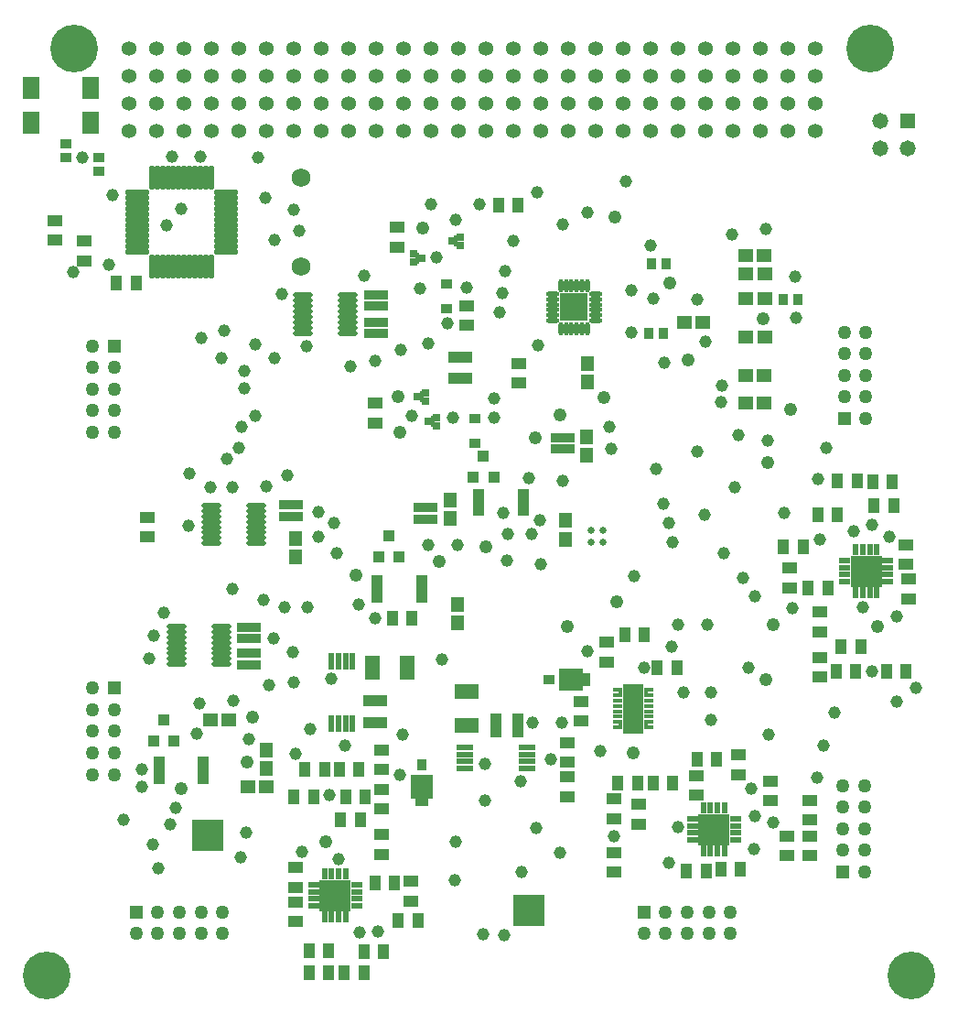
<source format=gts>
%FSLAX44Y44*%
%MOMM*%
G71*
G01*
G75*
G04 Layer_Color=8388736*
%ADD10R,1.2192X0.8128*%
%ADD11R,0.6500X0.2500*%
%ADD12R,0.1900X0.7500*%
%ADD13R,1.6500X4.4000*%
%ADD14R,0.8128X1.2192*%
%ADD15R,0.3048X0.8128*%
%ADD16R,0.8128X0.3048*%
%ADD17R,0.6500X0.8500*%
%ADD18R,0.9500X0.6500*%
%ADD19R,2.0066X0.8128*%
%ADD20R,0.3556X1.4224*%
%ADD21R,1.2192X2.0066*%
%ADD22R,2.0066X1.2192*%
%ADD23R,1.0160X1.1176*%
%ADD24O,1.0000X0.2500*%
%ADD25O,0.2500X1.0000*%
%ADD26R,2.4500X2.4500*%
%ADD27R,0.8000X0.9000*%
%ADD28R,2.1000X0.7000*%
%ADD29R,0.7112X0.9144*%
%ADD30R,0.8890X0.3048*%
%ADD31R,0.2000X0.9100*%
%ADD32R,0.4500X0.5000*%
%ADD33R,0.8300X0.6300*%
%ADD34R,1.1176X1.0160*%
%ADD35O,1.6500X0.3000*%
%ADD36R,1.3000X1.9000*%
%ADD37R,0.9144X0.7112*%
%ADD38O,2.1000X0.3000*%
%ADD39O,0.3000X2.1000*%
%ADD40R,1.4224X0.3556*%
%ADD41R,0.8500X0.6500*%
%ADD42R,0.6500X0.9500*%
%ADD43R,0.8128X2.0066*%
%ADD44C,0.5080*%
%ADD45C,0.2540*%
%ADD46C,0.0000*%
%ADD47R,1.9500X2.0000*%
%ADD48R,0.6500X0.8500*%
%ADD49R,2.0000X1.9500*%
%ADD50R,1.2700X1.2700*%
%ADD51C,1.2700*%
%ADD52C,1.0160*%
%ADD53R,2.7178X2.7178*%
%ADD54R,1.0668X1.0670*%
%ADD55C,1.0670*%
%ADD56R,1.0670X1.0670*%
%ADD57R,2.7178X2.7178*%
%ADD58C,4.2000*%
%ADD59C,0.5000*%
%ADD60C,1.1540*%
%ADD61R,1.0670X1.0670*%
%ADD62C,1.5240*%
%ADD63C,0.9652*%
%ADD64C,0.4540*%
%ADD65C,1.0160*%
%ADD66C,2.0320*%
%ADD67C,1.7780*%
%ADD68C,1.8290*%
%ADD69C,5.2160*%
%ADD70C,1.5160*%
%ADD71C,1.9160*%
G04:AMPARAMS|DCode=72|XSize=2.424mm|YSize=2.424mm|CornerRadius=0mm|HoleSize=0mm|Usage=FLASHONLY|Rotation=0.000|XOffset=0mm|YOffset=0mm|HoleType=Round|Shape=Relief|Width=0.254mm|Gap=0.254mm|Entries=4|*
%AMTHD72*
7,0,0,2.4240,1.9160,0.2540,45*
%
%ADD72THD72*%
G04:AMPARAMS|DCode=73|XSize=2.286mm|YSize=2.286mm|CornerRadius=0mm|HoleSize=0mm|Usage=FLASHONLY|Rotation=0.000|XOffset=0mm|YOffset=0mm|HoleType=Round|Shape=Relief|Width=0.254mm|Gap=0.254mm|Entries=4|*
%AMTHD73*
7,0,0,2.2860,1.7780,0.2540,45*
%
%ADD73THD73*%
%ADD74C,2.6160*%
%ADD75C,1.7272*%
%ADD76C,1.2160*%
G04:AMPARAMS|DCode=77|XSize=2.2352mm|YSize=2.2352mm|CornerRadius=0mm|HoleSize=0mm|Usage=FLASHONLY|Rotation=0.000|XOffset=0mm|YOffset=0mm|HoleType=Round|Shape=Relief|Width=0.254mm|Gap=0.254mm|Entries=4|*
%AMTHD77*
7,0,0,2.2352,1.7272,0.2540,45*
%
%ADD77THD77*%
G04:AMPARAMS|DCode=78|XSize=2.337mm|YSize=2.337mm|CornerRadius=0mm|HoleSize=0mm|Usage=FLASHONLY|Rotation=0.000|XOffset=0mm|YOffset=0mm|HoleType=Round|Shape=Relief|Width=0.254mm|Gap=0.254mm|Entries=4|*
%AMTHD78*
7,0,0,2.3370,1.8290,0.2540,45*
%
%ADD78THD78*%
%ADD79O,1.1000X0.8000*%
%ADD80R,1.1000X0.8000*%
%ADD81R,2.4000X1.2000*%
%ADD82R,1.7000X0.3500*%
%ADD83R,1.1176X1.1000*%
%ADD84R,1.1000X1.1000*%
%ADD85R,1.1176X1.1176*%
%ADD86R,1.1000X1.1176*%
%ADD87R,1.1000X1.1176*%
%ADD88R,1.1000X1.1000*%
%ADD89R,1.1176X1.1000*%
%ADD90R,1.1176X1.1000*%
%ADD91C,0.2500*%
%ADD92C,0.1270*%
%ADD93C,0.1000*%
%ADD94C,0.6000*%
%ADD95C,0.1524*%
%ADD96C,0.2000*%
%ADD97C,0.2032*%
%ADD98C,0.4064*%
%ADD99R,0.7620X0.4572*%
%ADD100R,0.4572X0.7620*%
%ADD101R,1.2192X1.2000*%
%ADD102R,1.2000X1.2000*%
%ADD103R,1.2192X1.2192*%
%ADD104R,1.2000X1.2192*%
%ADD105R,1.2000X1.2192*%
%ADD106R,1.2000X1.2000*%
%ADD107R,1.2192X1.2000*%
%ADD108R,1.2000X1.2000*%
%ADD109R,1.4224X1.0160*%
%ADD110R,0.8532X0.4532*%
%ADD111R,0.3932X0.9532*%
%ADD112R,1.8532X4.6032*%
%ADD113R,1.0160X1.4224*%
%ADD114R,0.5080X1.0160*%
%ADD115R,1.0160X0.5080*%
%ADD116R,0.8532X1.0532*%
%ADD117R,1.1532X0.8532*%
%ADD118R,2.2098X1.0160*%
%ADD119R,0.5588X1.6256*%
%ADD120R,1.4224X2.2098*%
%ADD121R,2.2098X1.4224*%
%ADD122R,1.2192X1.3208*%
%ADD123O,1.2032X0.4532*%
%ADD124O,0.4532X1.2032*%
%ADD125R,2.6532X2.6532*%
%ADD126R,1.0032X1.1032*%
%ADD127R,2.3032X0.9032*%
%ADD128R,0.9144X1.1176*%
%ADD129R,1.0922X0.5080*%
%ADD130R,0.4032X1.1132*%
%ADD131R,0.6532X0.7032*%
%ADD132R,1.0332X0.8332*%
%ADD133R,1.3208X1.2192*%
%ADD134O,1.8532X0.5032*%
%ADD135R,1.5032X2.1032*%
%ADD136R,1.1176X0.9144*%
%ADD137O,2.3032X0.5032*%
%ADD138O,0.5032X2.3032*%
%ADD139R,1.6256X0.5588*%
%ADD140R,1.0532X0.8532*%
%ADD141R,0.8532X1.1532*%
%ADD142R,1.0160X2.2098*%
%ADD143R,2.1532X2.2032*%
%ADD144R,2.2032X2.1532*%
%ADD145R,1.4732X1.4732*%
%ADD146C,1.4732*%
%ADD147C,1.2192*%
%ADD148R,2.9210X2.9210*%
%ADD149R,1.2700X1.2702*%
%ADD150C,1.2702*%
%ADD151R,1.2702X1.2702*%
%ADD152R,2.9210X2.9210*%
%ADD153C,4.4032*%
%ADD154C,0.7032*%
%ADD155C,1.3572*%
%ADD156R,1.2702X1.2702*%
%ADD157C,1.1684*%
%ADD158C,0.6572*%
D75*
X797610Y978660D02*
D03*
Y1060960D02*
D03*
D101*
X1172718Y451470D02*
D03*
D102*
X1186830Y451470D02*
D03*
D103*
X1172718Y465582D02*
D03*
X836422Y404622D02*
D03*
X1313688Y690118D02*
D03*
D104*
X1186830Y465582D02*
D03*
D105*
X822310Y404622D02*
D03*
X1327800Y690118D02*
D03*
D106*
X822310Y390510D02*
D03*
D107*
X836422Y390510D02*
D03*
X1313688Y704230D02*
D03*
D108*
X1327800D02*
D03*
D109*
X1087120Y486520D02*
D03*
Y468376D02*
D03*
X1056640Y576690D02*
D03*
Y558546D02*
D03*
X1080770Y631300D02*
D03*
Y613156D02*
D03*
X1163320Y490110D02*
D03*
Y508254D02*
D03*
X1202690Y509160D02*
D03*
Y527304D02*
D03*
X1231900Y485030D02*
D03*
Y503174D02*
D03*
X1268730Y485250D02*
D03*
Y467106D02*
D03*
X1247140Y434230D02*
D03*
Y452374D02*
D03*
X1268730Y434230D02*
D03*
Y452374D02*
D03*
X1109980Y463440D02*
D03*
Y481584D02*
D03*
X1087120Y418990D02*
D03*
Y437134D02*
D03*
X872490Y495410D02*
D03*
Y477266D02*
D03*
Y435500D02*
D03*
Y453644D02*
D03*
X792480Y423020D02*
D03*
Y404876D02*
D03*
Y391270D02*
D03*
Y373126D02*
D03*
X899160Y392320D02*
D03*
Y410464D02*
D03*
X872490Y532096D02*
D03*
Y513952D02*
D03*
X1357630Y703470D02*
D03*
Y721614D02*
D03*
X1249680Y699880D02*
D03*
Y681736D02*
D03*
X1360170Y671720D02*
D03*
Y689864D02*
D03*
X1277620Y659240D02*
D03*
Y641096D02*
D03*
Y599330D02*
D03*
Y617474D02*
D03*
X570230Y1021190D02*
D03*
Y1003046D02*
D03*
X1043940Y488840D02*
D03*
Y506984D02*
D03*
Y520590D02*
D03*
Y538734D02*
D03*
X951350Y942570D02*
D03*
Y924426D02*
D03*
X999610Y871230D02*
D03*
Y889374D02*
D03*
X886460Y1014840D02*
D03*
Y996696D02*
D03*
X866140Y852280D02*
D03*
Y834136D02*
D03*
X655320Y746870D02*
D03*
Y728726D02*
D03*
X596900Y984140D02*
D03*
Y1002284D02*
D03*
D110*
X1119150Y587730D02*
D03*
Y582730D02*
D03*
Y577730D02*
D03*
Y572730D02*
D03*
Y567730D02*
D03*
Y562730D02*
D03*
Y557730D02*
D03*
Y552730D02*
D03*
X1090650D02*
D03*
Y557730D02*
D03*
Y562730D02*
D03*
Y567730D02*
D03*
Y572730D02*
D03*
Y577730D02*
D03*
Y582730D02*
D03*
Y587730D02*
D03*
D111*
X1116850Y585230D02*
D03*
Y555230D02*
D03*
X1092950D02*
D03*
Y585230D02*
D03*
D112*
X1104900Y570230D02*
D03*
D113*
X1097170Y638810D02*
D03*
X1115314D02*
D03*
X1145650Y608330D02*
D03*
X1127506D02*
D03*
X1090820Y501650D02*
D03*
X1108964D02*
D03*
X1141840D02*
D03*
X1123696D02*
D03*
X1182480Y523240D02*
D03*
X1164336D02*
D03*
X1186070Y421640D02*
D03*
X1204214D02*
D03*
X801260Y514350D02*
D03*
X819404D02*
D03*
X833010D02*
D03*
X851154D02*
D03*
X857360Y488950D02*
D03*
X839216D02*
D03*
X791100D02*
D03*
X809244D02*
D03*
X834280Y467360D02*
D03*
X852424D02*
D03*
X866030Y408940D02*
D03*
X884174D02*
D03*
X855870Y345440D02*
D03*
X874014D02*
D03*
X805070Y346710D02*
D03*
X823214D02*
D03*
X805070Y326390D02*
D03*
X823214D02*
D03*
X856090D02*
D03*
X837946D02*
D03*
X887620Y374650D02*
D03*
X905764D02*
D03*
X1294020Y781050D02*
D03*
X1312164D02*
D03*
X1344930Y779780D02*
D03*
X1326786D02*
D03*
X1346310Y758190D02*
D03*
X1328166D02*
D03*
X1294240Y749300D02*
D03*
X1276096D02*
D03*
X1262490Y720090D02*
D03*
X1244346D02*
D03*
X1285350Y681990D02*
D03*
X1267206D02*
D03*
X1315830Y627380D02*
D03*
X1297686D02*
D03*
X1292750Y604520D02*
D03*
X1310894D02*
D03*
X1357740D02*
D03*
X1339596D02*
D03*
X1154320Y420370D02*
D03*
X1172464D02*
D03*
X998450Y1035170D02*
D03*
X980306D02*
D03*
X900540Y654050D02*
D03*
X882396D02*
D03*
X645270Y963930D02*
D03*
X627126D02*
D03*
D114*
X1189580Y478282D02*
D03*
X1183080D02*
D03*
X1176528D02*
D03*
X1169924D02*
D03*
Y438720D02*
D03*
X1176528D02*
D03*
X1183080D02*
D03*
X1189580D02*
D03*
X839216Y417322D02*
D03*
X832612D02*
D03*
X826060D02*
D03*
X819560D02*
D03*
Y377760D02*
D03*
X826060D02*
D03*
X832612D02*
D03*
X839216D02*
D03*
X1310894Y677418D02*
D03*
X1317498D02*
D03*
X1324050D02*
D03*
X1330550D02*
D03*
Y716980D02*
D03*
X1324050D02*
D03*
X1317498D02*
D03*
X1310894D02*
D03*
D115*
X1160018Y468376D02*
D03*
Y461772D02*
D03*
Y455220D02*
D03*
Y448720D02*
D03*
X1199580D02*
D03*
Y455220D02*
D03*
Y461772D02*
D03*
Y468376D02*
D03*
X849122Y387760D02*
D03*
Y394260D02*
D03*
Y400812D02*
D03*
Y407416D02*
D03*
X809560D02*
D03*
Y400812D02*
D03*
Y394260D02*
D03*
Y387760D02*
D03*
X1300988Y706980D02*
D03*
Y700480D02*
D03*
Y693928D02*
D03*
Y687324D02*
D03*
X1340550D02*
D03*
Y693928D02*
D03*
Y700480D02*
D03*
Y706980D02*
D03*
D116*
X909320Y518550D02*
D03*
D117*
Y484750D02*
D03*
D118*
X866140Y557530D02*
D03*
Y577690D02*
D03*
X944880Y895350D02*
D03*
Y875190D02*
D03*
D119*
X832358Y614220D02*
D03*
X825754D02*
D03*
X838910D02*
D03*
X845410D02*
D03*
Y556514D02*
D03*
X838910D02*
D03*
X832358D02*
D03*
X825754D02*
D03*
D120*
X864110Y608330D02*
D03*
X896112D02*
D03*
D121*
X951230Y554230D02*
D03*
Y586232D02*
D03*
D122*
X942340Y666496D02*
D03*
Y649360D02*
D03*
X935990Y763016D02*
D03*
Y745880D02*
D03*
X1063110Y888866D02*
D03*
Y871730D02*
D03*
X765810Y514740D02*
D03*
Y531876D02*
D03*
X1061720Y804300D02*
D03*
Y821436D02*
D03*
X1042670Y726830D02*
D03*
Y743966D02*
D03*
X792480Y710184D02*
D03*
Y727320D02*
D03*
D123*
X1070410Y953690D02*
D03*
Y948690D02*
D03*
Y943690D02*
D03*
Y938690D02*
D03*
Y933690D02*
D03*
Y928690D02*
D03*
X1030410D02*
D03*
Y933690D02*
D03*
Y938690D02*
D03*
Y943690D02*
D03*
Y948690D02*
D03*
Y953690D02*
D03*
D124*
X1062910Y921190D02*
D03*
X1057910D02*
D03*
X1052910D02*
D03*
X1047910D02*
D03*
X1042910D02*
D03*
X1037910D02*
D03*
Y961190D02*
D03*
X1042910D02*
D03*
X1047910D02*
D03*
X1052910D02*
D03*
X1057910D02*
D03*
X1062910D02*
D03*
D125*
X1050410Y941190D02*
D03*
D126*
X966470Y803750D02*
D03*
X956970Y783750D02*
D03*
X975970D02*
D03*
X888340Y710090D02*
D03*
X869340D02*
D03*
X878840Y730090D02*
D03*
X670560Y559910D02*
D03*
X661060Y539910D02*
D03*
X680060D02*
D03*
D127*
X1040130Y810090D02*
D03*
Y820590D02*
D03*
X867410Y952670D02*
D03*
Y942170D02*
D03*
X749300Y621200D02*
D03*
Y610700D02*
D03*
X867410Y927270D02*
D03*
Y916770D02*
D03*
X749300Y645330D02*
D03*
Y634830D02*
D03*
X913130Y745320D02*
D03*
Y755820D02*
D03*
X788670Y758360D02*
D03*
Y747860D02*
D03*
D128*
X1122426Y981710D02*
D03*
X1135530D02*
D03*
X1244346Y948690D02*
D03*
X1257450D02*
D03*
X1119886Y916940D02*
D03*
X1132990D02*
D03*
D129*
X909447Y680720D02*
D03*
X868426D02*
D03*
X909447Y670720D02*
D03*
Y685800D02*
D03*
Y690880D02*
D03*
Y675720D02*
D03*
X868426Y690880D02*
D03*
Y670720D02*
D03*
Y675720D02*
D03*
Y685800D02*
D03*
X666496Y518160D02*
D03*
Y508080D02*
D03*
Y503080D02*
D03*
Y523240D02*
D03*
X707517Y508080D02*
D03*
Y523240D02*
D03*
Y518160D02*
D03*
Y503080D02*
D03*
X666496Y513080D02*
D03*
X707517D02*
D03*
X962406Y765810D02*
D03*
Y755730D02*
D03*
Y750730D02*
D03*
Y770890D02*
D03*
X1003427Y755730D02*
D03*
Y770890D02*
D03*
Y765810D02*
D03*
Y750730D02*
D03*
X962406Y760730D02*
D03*
X1003427D02*
D03*
D130*
X919480Y835660D02*
D03*
X941190Y1002150D02*
D03*
X909320Y858520D02*
D03*
X905510Y986790D02*
D03*
D131*
X923420Y831910D02*
D03*
Y839410D02*
D03*
X915650Y835660D02*
D03*
X945130Y998400D02*
D03*
Y1005900D02*
D03*
X937360Y1002150D02*
D03*
X913260Y854770D02*
D03*
Y862270D02*
D03*
X905490Y858520D02*
D03*
X901570Y990540D02*
D03*
Y983040D02*
D03*
X909340Y986790D02*
D03*
D132*
X958850Y837920D02*
D03*
Y815620D02*
D03*
X932180Y962380D02*
D03*
Y940080D02*
D03*
D133*
X1209294Y989330D02*
D03*
X1226430D02*
D03*
X1226686Y948810D02*
D03*
X1209550D02*
D03*
X1226686Y913250D02*
D03*
X1209550D02*
D03*
X1209414Y877690D02*
D03*
X1226550D02*
D03*
X1152144Y927100D02*
D03*
X1169280D02*
D03*
X1226686Y971670D02*
D03*
X1209550D02*
D03*
X1209414Y852290D02*
D03*
X1226550D02*
D03*
X748420Y497840D02*
D03*
X765556D02*
D03*
X714130Y560070D02*
D03*
X731266D02*
D03*
D134*
X724330Y646150D02*
D03*
Y641150D02*
D03*
Y636150D02*
D03*
Y631150D02*
D03*
Y626150D02*
D03*
Y621150D02*
D03*
Y616150D02*
D03*
Y611150D02*
D03*
X682830Y646150D02*
D03*
Y641150D02*
D03*
Y636150D02*
D03*
Y631150D02*
D03*
Y626150D02*
D03*
Y621150D02*
D03*
Y616150D02*
D03*
Y611150D02*
D03*
X841170Y952220D02*
D03*
Y947220D02*
D03*
Y942220D02*
D03*
Y937220D02*
D03*
Y932220D02*
D03*
Y927220D02*
D03*
Y922220D02*
D03*
Y917220D02*
D03*
X799670Y952220D02*
D03*
Y947220D02*
D03*
Y942220D02*
D03*
Y937220D02*
D03*
Y932220D02*
D03*
Y927220D02*
D03*
Y922220D02*
D03*
Y917220D02*
D03*
X756080Y757910D02*
D03*
Y752910D02*
D03*
Y747910D02*
D03*
Y742910D02*
D03*
Y737910D02*
D03*
Y732910D02*
D03*
Y727910D02*
D03*
Y722910D02*
D03*
X714580Y757910D02*
D03*
Y752910D02*
D03*
Y747910D02*
D03*
Y742910D02*
D03*
Y737910D02*
D03*
Y732910D02*
D03*
Y727910D02*
D03*
Y722910D02*
D03*
D135*
X547810Y1143760D02*
D03*
X602810D02*
D03*
X547810Y1111760D02*
D03*
X602810D02*
D03*
D136*
X610870Y1079650D02*
D03*
Y1066546D02*
D03*
X580390Y1079350D02*
D03*
Y1092454D02*
D03*
D137*
X646070Y1047310D02*
D03*
Y1042310D02*
D03*
Y1037310D02*
D03*
Y1032310D02*
D03*
Y1027310D02*
D03*
Y1022310D02*
D03*
Y1017310D02*
D03*
Y1012310D02*
D03*
Y1007310D02*
D03*
Y1002310D02*
D03*
Y997310D02*
D03*
Y992310D02*
D03*
X728070D02*
D03*
Y997310D02*
D03*
Y1002310D02*
D03*
Y1007310D02*
D03*
Y1012310D02*
D03*
Y1017310D02*
D03*
Y1022310D02*
D03*
Y1027310D02*
D03*
Y1032310D02*
D03*
Y1037310D02*
D03*
Y1042310D02*
D03*
Y1047310D02*
D03*
D138*
X659570Y978810D02*
D03*
X664570D02*
D03*
X669570D02*
D03*
X674570D02*
D03*
X679570D02*
D03*
X684570D02*
D03*
X689570D02*
D03*
X694570D02*
D03*
X699570D02*
D03*
X704570D02*
D03*
X709570D02*
D03*
X714570D02*
D03*
Y1060810D02*
D03*
X709570D02*
D03*
X704570D02*
D03*
X699570D02*
D03*
X694570D02*
D03*
X689570D02*
D03*
X684570D02*
D03*
X679570D02*
D03*
X674570D02*
D03*
X669570D02*
D03*
X664570D02*
D03*
X659570D02*
D03*
D139*
X949150Y521208D02*
D03*
Y514604D02*
D03*
Y527760D02*
D03*
Y534260D02*
D03*
X1006856D02*
D03*
Y527760D02*
D03*
Y521208D02*
D03*
Y514604D02*
D03*
D140*
X1027040Y596900D02*
D03*
D141*
X1060840D02*
D03*
D142*
X998220Y554990D02*
D03*
X978060D02*
D03*
D143*
X909315Y497995D02*
D03*
D144*
X1047590Y596894D02*
D03*
D145*
X1358900Y1113790D02*
D03*
D146*
Y1088390D02*
D03*
X1333500Y1113790D02*
D03*
Y1088390D02*
D03*
D147*
X910590Y1014730D02*
D03*
X820420Y447040D02*
D03*
X748030Y520700D02*
D03*
X1330960Y646430D02*
D03*
X1155700Y892810D02*
D03*
X1228090Y596900D02*
D03*
X925830Y706120D02*
D03*
X1088390Y1024890D02*
D03*
X1234440Y647700D02*
D03*
X969010Y720090D02*
D03*
X1139190Y963930D02*
D03*
X1043940Y646430D02*
D03*
X1250950Y847090D02*
D03*
X848360Y693420D02*
D03*
X1078110Y857370D02*
D03*
X887730Y858520D02*
D03*
X1225550Y930910D02*
D03*
X1089660Y669290D02*
D03*
X1014730Y820420D02*
D03*
X889000Y825500D02*
D03*
X1229360Y797560D02*
D03*
X1037710Y842010D02*
D03*
X1104900Y529590D02*
D03*
X687070Y496570D02*
D03*
X753110Y562610D02*
D03*
D148*
X1179830Y458470D02*
D03*
X711200Y453390D02*
D03*
D149*
X1115060Y382270D02*
D03*
D150*
X1135060D02*
D03*
X1155060D02*
D03*
X1175060D02*
D03*
X1195060D02*
D03*
X1135060Y362270D02*
D03*
X1155060D02*
D03*
X1175060D02*
D03*
X1195060D02*
D03*
X1115060D02*
D03*
X665160Y382270D02*
D03*
X685160D02*
D03*
X705160D02*
D03*
X725160D02*
D03*
X665160Y362270D02*
D03*
X685160D02*
D03*
X705160D02*
D03*
X725160D02*
D03*
X645160D02*
D03*
X624840Y569280D02*
D03*
Y549280D02*
D03*
Y529280D02*
D03*
Y509280D02*
D03*
X604840Y569280D02*
D03*
Y549280D02*
D03*
Y529280D02*
D03*
Y509280D02*
D03*
Y589280D02*
D03*
X1299210Y439100D02*
D03*
Y459100D02*
D03*
Y479100D02*
D03*
Y499100D02*
D03*
X1319210Y439100D02*
D03*
Y459100D02*
D03*
Y479100D02*
D03*
Y499100D02*
D03*
Y419100D02*
D03*
X1300480Y858200D02*
D03*
Y878200D02*
D03*
Y898200D02*
D03*
Y918200D02*
D03*
X1320480Y858200D02*
D03*
Y878200D02*
D03*
Y898200D02*
D03*
Y918200D02*
D03*
Y838200D02*
D03*
X624840Y885510D02*
D03*
Y865510D02*
D03*
Y845510D02*
D03*
Y825510D02*
D03*
X604840Y885510D02*
D03*
Y865510D02*
D03*
Y845510D02*
D03*
Y825510D02*
D03*
Y905510D02*
D03*
D151*
X645160Y382270D02*
D03*
D152*
X829310Y397510D02*
D03*
X1320800Y697230D02*
D03*
X1008380Y383540D02*
D03*
D153*
X1324610Y1180490D02*
D03*
X562610Y323190D02*
D03*
X1362710D02*
D03*
X588010Y1180490D02*
D03*
D154*
X1273810Y1104290D02*
D03*
Y1155090D02*
D03*
D155*
Y1180490D02*
D03*
Y1155090D02*
D03*
X1248410D02*
D03*
X1223010D02*
D03*
X1197610D02*
D03*
X1172210D02*
D03*
X1146810D02*
D03*
X1121410D02*
D03*
X1096010D02*
D03*
X1070610D02*
D03*
X1045210D02*
D03*
X1019810D02*
D03*
X994410D02*
D03*
X969010D02*
D03*
X943610D02*
D03*
X918210D02*
D03*
X892810D02*
D03*
X867410D02*
D03*
X842010D02*
D03*
X816610D02*
D03*
X791210D02*
D03*
X765810D02*
D03*
X740410D02*
D03*
X715010D02*
D03*
X689610D02*
D03*
X664210D02*
D03*
X638810D02*
D03*
X1248410Y1180490D02*
D03*
X1223010D02*
D03*
X1197610D02*
D03*
X1172210D02*
D03*
X1146810D02*
D03*
X1121410D02*
D03*
X1096010D02*
D03*
X1070610D02*
D03*
X1045210D02*
D03*
X1019810D02*
D03*
X994410D02*
D03*
X969010D02*
D03*
X943610D02*
D03*
X918210D02*
D03*
X892810D02*
D03*
X867410D02*
D03*
X842010D02*
D03*
X816610D02*
D03*
X791210D02*
D03*
X765810D02*
D03*
X740410D02*
D03*
X715010D02*
D03*
X689610D02*
D03*
X664210D02*
D03*
X638810D02*
D03*
X1273810Y1129690D02*
D03*
Y1104290D02*
D03*
X1248410D02*
D03*
X1223010D02*
D03*
X1197610D02*
D03*
X1172210D02*
D03*
X1146810D02*
D03*
X1121410D02*
D03*
X1096010D02*
D03*
X1070610D02*
D03*
X1045210D02*
D03*
X1019810D02*
D03*
X994410D02*
D03*
X969010D02*
D03*
X943610D02*
D03*
X918210D02*
D03*
X892810D02*
D03*
X867410D02*
D03*
X842010D02*
D03*
X816610D02*
D03*
X791210D02*
D03*
X765810D02*
D03*
X740410D02*
D03*
X715010D02*
D03*
X689610D02*
D03*
X664210D02*
D03*
X638810D02*
D03*
X1248410Y1129690D02*
D03*
X1223010D02*
D03*
X1197610D02*
D03*
X1172210D02*
D03*
X1146810D02*
D03*
X1121410D02*
D03*
X1096010D02*
D03*
X1070610D02*
D03*
X1045210D02*
D03*
X1019810D02*
D03*
X994410D02*
D03*
X969010D02*
D03*
X943610D02*
D03*
X918210D02*
D03*
X892810D02*
D03*
X867410D02*
D03*
X842010D02*
D03*
X816610D02*
D03*
X791210D02*
D03*
X765810D02*
D03*
X740410D02*
D03*
X715010D02*
D03*
X689610D02*
D03*
X664210D02*
D03*
X638810D02*
D03*
D156*
X624840Y589280D02*
D03*
X1299210Y419100D02*
D03*
X1300480Y838200D02*
D03*
X624840Y905510D02*
D03*
D157*
X1140420Y627690D02*
D03*
X1134110Y890270D02*
D03*
X1164590Y948690D02*
D03*
X1115060Y608330D02*
D03*
X633730Y467360D02*
D03*
X939800Y411480D02*
D03*
X741680Y433070D02*
D03*
X1283490Y811530D02*
D03*
X623570Y1045210D02*
D03*
X665480Y422910D02*
D03*
X660400Y444500D02*
D03*
X704850Y1080770D02*
D03*
X1252220Y662940D02*
D03*
X1137680Y741790D02*
D03*
X1141690Y724210D02*
D03*
X1132800Y759770D02*
D03*
X734060Y680720D02*
D03*
Y774700D02*
D03*
X768350Y591820D02*
D03*
X749300Y542290D02*
D03*
X765810Y775970D02*
D03*
X784860Y786130D02*
D03*
X735330Y577850D02*
D03*
X650240Y497840D02*
D03*
Y514350D02*
D03*
X1121410Y998220D02*
D03*
X984885Y751205D02*
D03*
X989330Y731520D02*
D03*
X1010920D02*
D03*
X843280Y886460D02*
D03*
X703580Y575310D02*
D03*
X694690Y787400D02*
D03*
X1254760Y969210D02*
D03*
X1186180Y853440D02*
D03*
X1187450Y868680D02*
D03*
X850900Y666750D02*
D03*
X866140Y654050D02*
D03*
X1229360Y817880D02*
D03*
X1217930Y674370D02*
D03*
X763270Y670560D02*
D03*
X782320Y664210D02*
D03*
X803910D02*
D03*
X927735Y615315D02*
D03*
X976630Y857250D02*
D03*
Y839470D02*
D03*
X1074420Y530860D02*
D03*
X890270Y901700D02*
D03*
X866140Y891540D02*
D03*
X670560Y659130D02*
D03*
X661670Y637540D02*
D03*
X941070Y447040D02*
D03*
X828040Y741680D02*
D03*
X889000Y509270D02*
D03*
X891540Y546100D02*
D03*
X789940Y622300D02*
D03*
X1276350Y782320D02*
D03*
X1216660Y440690D02*
D03*
X1234440Y464820D02*
D03*
X796290Y1012190D02*
D03*
X773430Y1003300D02*
D03*
X814070Y728980D02*
D03*
X791210Y1031240D02*
D03*
X1325880Y740410D02*
D03*
X764540Y1042670D02*
D03*
X1342390Y728980D02*
D03*
X1062990Y623570D02*
D03*
X1098550Y1057750D02*
D03*
X1172210Y909320D02*
D03*
X1348740Y576580D02*
D03*
X1275080Y506730D02*
D03*
X1281430Y535940D02*
D03*
X1291590Y566420D02*
D03*
X1366520Y589280D02*
D03*
X1214120Y496570D02*
D03*
X1211580Y608330D02*
D03*
X1173440Y648010D02*
D03*
X806450Y551180D02*
D03*
X838200Y535940D02*
D03*
X825500Y598170D02*
D03*
X824230Y490220D02*
D03*
X792480Y528320D02*
D03*
X746760Y455930D02*
D03*
X900430Y840740D02*
D03*
X915670Y908050D02*
D03*
X908050Y958850D02*
D03*
X918210Y1036320D02*
D03*
X962660D02*
D03*
X966470Y361950D02*
D03*
X985520Y360680D02*
D03*
X1002030Y419100D02*
D03*
X1037590Y436880D02*
D03*
X967740Y485140D02*
D03*
Y519430D02*
D03*
X1038860Y557530D02*
D03*
X1028700Y523240D02*
D03*
X1011936Y557530D02*
D03*
X1000760Y502920D02*
D03*
X1014920Y459740D02*
D03*
X1325880Y604520D02*
D03*
X1348740Y655320D02*
D03*
X798830Y438150D02*
D03*
X1087120Y452247D02*
D03*
X1137920Y427990D02*
D03*
X1218040Y471170D02*
D03*
X1146810Y461010D02*
D03*
X1317498Y663702D02*
D03*
X1230630Y546100D02*
D03*
X1277620Y726440D02*
D03*
X1177290Y585470D02*
D03*
Y560070D02*
D03*
X1309370Y734060D02*
D03*
X852170Y363220D02*
D03*
X868680Y364490D02*
D03*
X832612Y431292D02*
D03*
X676910Y463550D02*
D03*
X1040130Y781050D02*
D03*
X1062990Y1028700D02*
D03*
X1146770Y648010D02*
D03*
X1206330Y691190D02*
D03*
X1106130Y692460D02*
D03*
X1244560Y750880D02*
D03*
X1188680Y714050D02*
D03*
X1198840Y775010D02*
D03*
X1170900Y749610D02*
D03*
X1084540Y810570D02*
D03*
X830540Y714050D02*
D03*
X938410Y839350D02*
D03*
X942340Y721360D02*
D03*
X1017390Y905630D02*
D03*
X923410Y986910D02*
D03*
X981830Y936110D02*
D03*
X933570Y925950D02*
D03*
X984370Y953890D02*
D03*
X986910Y974210D02*
D03*
X1040250Y1017390D02*
D03*
X951350Y958970D02*
D03*
X994530Y1002150D02*
D03*
X1103750Y956430D02*
D03*
X1124070Y948810D02*
D03*
X1103630Y918210D02*
D03*
X1019570Y703970D02*
D03*
X915670Y721360D02*
D03*
X1126450Y791520D02*
D03*
X1256150Y931030D02*
D03*
X1008380Y783590D02*
D03*
X988060Y707390D02*
D03*
X1018500Y744530D02*
D03*
X1228090Y1013460D02*
D03*
X1196340Y1008380D02*
D03*
X1202380Y823270D02*
D03*
X1083310Y830580D02*
D03*
X1164590Y808030D02*
D03*
X1016000Y1047750D02*
D03*
X1151890Y585470D02*
D03*
X941070Y1022350D02*
D03*
X701040Y547370D02*
D03*
X681990Y478790D02*
D03*
X595630Y1079350D02*
D03*
X745490Y882650D02*
D03*
X773450Y894060D02*
D03*
X723900Y894080D02*
D03*
X705104Y913130D02*
D03*
X726440Y919480D02*
D03*
X619760Y980440D02*
D03*
X802640Y905510D02*
D03*
X656790Y616150D02*
D03*
X745490Y866140D02*
D03*
X755650Y840740D02*
D03*
X740410Y811530D02*
D03*
X742950Y830580D02*
D03*
X729216Y801171D02*
D03*
X713740Y774700D02*
D03*
X586740Y974090D02*
D03*
X755650Y906780D02*
D03*
X855980Y970280D02*
D03*
X693420Y739140D02*
D03*
X771990Y634830D02*
D03*
X791210Y594360D02*
D03*
X779780Y953770D02*
D03*
X673100Y1017270D02*
D03*
X687070Y1032510D02*
D03*
X678180Y1080770D02*
D03*
X758190Y1079500D02*
D03*
X814070Y751840D02*
D03*
D158*
X1077340Y734790D02*
D03*
X1066340D02*
D03*
Y723790D02*
D03*
X1077340D02*
D03*
X1044910Y946690D02*
D03*
Y935690D02*
D03*
X1055910D02*
D03*
Y946690D02*
D03*
M02*

</source>
